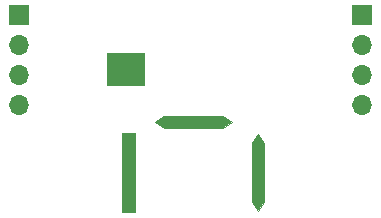
<source format=gbr>
%TF.GenerationSoftware,KiCad,Pcbnew,(6.0.7)*%
%TF.CreationDate,2024-10-06T09:26:11-05:00*%
%TF.ProjectId,RGB7Segment,52474237-5365-4676-9d65-6e742e6b6963,rev?*%
%TF.SameCoordinates,Original*%
%TF.FileFunction,Soldermask,Bot*%
%TF.FilePolarity,Negative*%
%FSLAX46Y46*%
G04 Gerber Fmt 4.6, Leading zero omitted, Abs format (unit mm)*
G04 Created by KiCad (PCBNEW (6.0.7)) date 2024-10-06 09:26:11*
%MOMM*%
%LPD*%
G01*
G04 APERTURE LIST*
%ADD10C,0.120000*%
%ADD11R,1.700000X1.700000*%
%ADD12O,1.700000X1.700000*%
G04 APERTURE END LIST*
%TO.C,C1*%
G36*
X205250000Y-98500000D02*
G01*
X205250000Y-103500000D01*
X204750000Y-104250000D01*
X204250000Y-103500000D01*
X204250000Y-98500000D01*
X204750000Y-97750000D01*
X205250000Y-98500000D01*
G37*
D10*
X205250000Y-98500000D02*
X205250000Y-103500000D01*
X204750000Y-104250000D01*
X204250000Y-103500000D01*
X204250000Y-98500000D01*
X204750000Y-97750000D01*
X205250000Y-98500000D01*
%TO.C,E1*%
X193200000Y-97650000D02*
X194300000Y-97650000D01*
X194300000Y-97650000D02*
X194300000Y-104350000D01*
X194300000Y-104350000D02*
X193200000Y-104350000D01*
X193200000Y-104350000D02*
X193200000Y-97650000D01*
G36*
X193200000Y-97650000D02*
G01*
X194300000Y-97650000D01*
X194300000Y-104350000D01*
X193200000Y-104350000D01*
X193200000Y-97650000D01*
G37*
%TO.C,F1*%
X191950000Y-90900000D02*
X195050000Y-90900000D01*
X195050000Y-90900000D02*
X195050000Y-93600000D01*
X195050000Y-93600000D02*
X191950000Y-93600000D01*
X191950000Y-93600000D02*
X191950000Y-90900000D01*
G36*
X191950000Y-90900000D02*
G01*
X195050000Y-90900000D01*
X195050000Y-93600000D01*
X191950000Y-93600000D01*
X191950000Y-90900000D01*
G37*
X191950000Y-90900000D02*
X195050000Y-90900000D01*
X195050000Y-90900000D02*
X195050000Y-93600000D01*
X195050000Y-93600000D02*
X191950000Y-93600000D01*
X191950000Y-93600000D02*
X191950000Y-90900000D01*
G36*
X191950000Y-90900000D02*
G01*
X195050000Y-90900000D01*
X195050000Y-93600000D01*
X191950000Y-93600000D01*
X191950000Y-90900000D01*
G37*
X191950000Y-90900000D02*
X195050000Y-90900000D01*
X195050000Y-90900000D02*
X195050000Y-93600000D01*
X195050000Y-93600000D02*
X191950000Y-93600000D01*
X191950000Y-93600000D02*
X191950000Y-90900000D01*
G36*
X191950000Y-90900000D02*
G01*
X195050000Y-90900000D01*
X195050000Y-93600000D01*
X191950000Y-93600000D01*
X191950000Y-90900000D01*
G37*
%TO.C,G1*%
G36*
X202500000Y-96750000D02*
G01*
X201750000Y-97250000D01*
X196750000Y-97250000D01*
X196000000Y-96750000D01*
X196750000Y-96250000D01*
X201750000Y-96250000D01*
X202500000Y-96750000D01*
G37*
X202500000Y-96750000D02*
X201750000Y-97250000D01*
X196750000Y-97250000D01*
X196000000Y-96750000D01*
X196750000Y-96250000D01*
X201750000Y-96250000D01*
X202500000Y-96750000D01*
%TD*%
D11*
%TO.C,J1*%
X184500000Y-87700000D03*
D12*
X184500000Y-90240000D03*
X184500000Y-92780000D03*
X184500000Y-95320000D03*
%TD*%
D11*
%TO.C,J2*%
X213500000Y-87700000D03*
D12*
X213500000Y-90240000D03*
X213500000Y-92780000D03*
X213500000Y-95320000D03*
%TD*%
M02*

</source>
